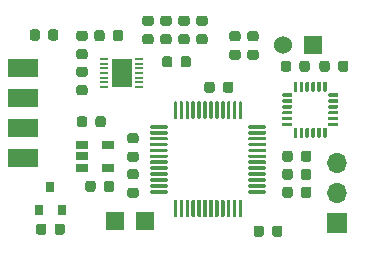
<source format=gbr>
G04 #@! TF.GenerationSoftware,KiCad,Pcbnew,(5.99.0-2119-g1c72042fc)*
G04 #@! TF.CreationDate,2020-07-20T23:30:34+02:00*
G04 #@! TF.ProjectId,ledCollar_PCB,6c656443-6f6c-46c6-9172-5f5043422e6b,rev?*
G04 #@! TF.SameCoordinates,Original*
G04 #@! TF.FileFunction,Soldermask,Top*
G04 #@! TF.FilePolarity,Negative*
%FSLAX46Y46*%
G04 Gerber Fmt 4.6, Leading zero omitted, Abs format (unit mm)*
G04 Created by KiCad (PCBNEW (5.99.0-2119-g1c72042fc)) date 2020-07-20 23:30:34*
%MOMM*%
%LPD*%
G01*
G04 APERTURE LIST*
%ADD10R,2.500000X1.500000*%
%ADD11C,1.524000*%
%ADD12R,1.524000X1.524000*%
%ADD13R,1.500000X1.500000*%
%ADD14R,1.780000X2.350000*%
%ADD15R,0.700000X0.250000*%
%ADD16R,1.060000X0.650000*%
%ADD17R,0.800000X0.900000*%
%ADD18O,1.700000X1.700000*%
%ADD19R,1.700000X1.700000*%
G04 APERTURE END LIST*
D10*
X101473000Y-112649000D03*
X101473000Y-105029000D03*
X101473000Y-107569000D03*
X101473000Y-110109000D03*
G36*
G01*
X103562500Y-102506250D02*
X103562500Y-101993750D01*
G75*
G02*
X103781250Y-101775000I218750J0D01*
G01*
X104218750Y-101775000D01*
G75*
G02*
X104437500Y-101993750I0J-218750D01*
G01*
X104437500Y-102506250D01*
G75*
G02*
X104218750Y-102725000I-218750J0D01*
G01*
X103781250Y-102725000D01*
G75*
G02*
X103562500Y-102506250I0J218750D01*
G01*
G37*
G36*
G01*
X101987500Y-102506250D02*
X101987500Y-101993750D01*
G75*
G02*
X102206250Y-101775000I218750J0D01*
G01*
X102643750Y-101775000D01*
G75*
G02*
X102862500Y-101993750I0J-218750D01*
G01*
X102862500Y-102506250D01*
G75*
G02*
X102643750Y-102725000I-218750J0D01*
G01*
X102206250Y-102725000D01*
G75*
G02*
X101987500Y-102506250I0J218750D01*
G01*
G37*
D11*
X123444000Y-103124000D03*
D12*
X125984000Y-103124000D03*
D13*
X109220000Y-117983000D03*
X111760000Y-117983000D03*
G36*
G01*
X119123750Y-103499500D02*
X119636250Y-103499500D01*
G75*
G02*
X119855000Y-103718250I0J-218750D01*
G01*
X119855000Y-104155750D01*
G75*
G02*
X119636250Y-104374500I-218750J0D01*
G01*
X119123750Y-104374500D01*
G75*
G02*
X118905000Y-104155750I0J218750D01*
G01*
X118905000Y-103718250D01*
G75*
G02*
X119123750Y-103499500I218750J0D01*
G01*
G37*
G36*
G01*
X119123750Y-101924500D02*
X119636250Y-101924500D01*
G75*
G02*
X119855000Y-102143250I0J-218750D01*
G01*
X119855000Y-102580750D01*
G75*
G02*
X119636250Y-102799500I-218750J0D01*
G01*
X119123750Y-102799500D01*
G75*
G02*
X118905000Y-102580750I0J218750D01*
G01*
X118905000Y-102143250D01*
G75*
G02*
X119123750Y-101924500I218750J0D01*
G01*
G37*
G36*
G01*
X120647750Y-103499500D02*
X121160250Y-103499500D01*
G75*
G02*
X121379000Y-103718250I0J-218750D01*
G01*
X121379000Y-104155750D01*
G75*
G02*
X121160250Y-104374500I-218750J0D01*
G01*
X120647750Y-104374500D01*
G75*
G02*
X120429000Y-104155750I0J218750D01*
G01*
X120429000Y-103718250D01*
G75*
G02*
X120647750Y-103499500I218750J0D01*
G01*
G37*
G36*
G01*
X120647750Y-101924500D02*
X121160250Y-101924500D01*
G75*
G02*
X121379000Y-102143250I0J-218750D01*
G01*
X121379000Y-102580750D01*
G75*
G02*
X121160250Y-102799500I-218750J0D01*
G01*
X120647750Y-102799500D01*
G75*
G02*
X120429000Y-102580750I0J218750D01*
G01*
X120429000Y-102143250D01*
G75*
G02*
X120647750Y-101924500I218750J0D01*
G01*
G37*
G36*
G01*
X127404460Y-104642423D02*
X127404460Y-105154923D01*
G75*
G02*
X127185710Y-105373673I-218750J0D01*
G01*
X126748210Y-105373673D01*
G75*
G02*
X126529460Y-105154923I0J218750D01*
G01*
X126529460Y-104642423D01*
G75*
G02*
X126748210Y-104423673I218750J0D01*
G01*
X127185710Y-104423673D01*
G75*
G02*
X127404460Y-104642423I0J-218750D01*
G01*
G37*
G36*
G01*
X128979460Y-104642423D02*
X128979460Y-105154923D01*
G75*
G02*
X128760710Y-105373673I-218750J0D01*
G01*
X128323210Y-105373673D01*
G75*
G02*
X128104460Y-105154923I0J218750D01*
G01*
X128104460Y-104642423D01*
G75*
G02*
X128323210Y-104423673I218750J0D01*
G01*
X128760710Y-104423673D01*
G75*
G02*
X128979460Y-104642423I0J-218750D01*
G01*
G37*
G36*
G01*
X124835500Y-105152063D02*
X124835500Y-104639563D01*
G75*
G02*
X125054250Y-104420813I218750J0D01*
G01*
X125491750Y-104420813D01*
G75*
G02*
X125710500Y-104639563I0J-218750D01*
G01*
X125710500Y-105152063D01*
G75*
G02*
X125491750Y-105370813I-218750J0D01*
G01*
X125054250Y-105370813D01*
G75*
G02*
X124835500Y-105152063I0J218750D01*
G01*
G37*
G36*
G01*
X123260500Y-105152063D02*
X123260500Y-104639563D01*
G75*
G02*
X123479250Y-104420813I218750J0D01*
G01*
X123916750Y-104420813D01*
G75*
G02*
X124135500Y-104639563I0J-218750D01*
G01*
X124135500Y-105152063D01*
G75*
G02*
X123916750Y-105370813I-218750J0D01*
G01*
X123479250Y-105370813D01*
G75*
G02*
X123260500Y-105152063I0J218750D01*
G01*
G37*
G36*
G01*
X124264310Y-112265750D02*
X124264310Y-112778250D01*
G75*
G02*
X124045560Y-112997000I-218750J0D01*
G01*
X123608060Y-112997000D01*
G75*
G02*
X123389310Y-112778250I0J218750D01*
G01*
X123389310Y-112265750D01*
G75*
G02*
X123608060Y-112047000I218750J0D01*
G01*
X124045560Y-112047000D01*
G75*
G02*
X124264310Y-112265750I0J-218750D01*
G01*
G37*
G36*
G01*
X125839310Y-112265750D02*
X125839310Y-112778250D01*
G75*
G02*
X125620560Y-112997000I-218750J0D01*
G01*
X125183060Y-112997000D01*
G75*
G02*
X124964310Y-112778250I0J218750D01*
G01*
X124964310Y-112265750D01*
G75*
G02*
X125183060Y-112047000I218750J0D01*
G01*
X125620560Y-112047000D01*
G75*
G02*
X125839310Y-112265750I0J-218750D01*
G01*
G37*
G36*
G01*
X124259422Y-113789750D02*
X124259422Y-114302250D01*
G75*
G02*
X124040672Y-114521000I-218750J0D01*
G01*
X123603172Y-114521000D01*
G75*
G02*
X123384422Y-114302250I0J218750D01*
G01*
X123384422Y-113789750D01*
G75*
G02*
X123603172Y-113571000I218750J0D01*
G01*
X124040672Y-113571000D01*
G75*
G02*
X124259422Y-113789750I0J-218750D01*
G01*
G37*
G36*
G01*
X125834422Y-113789750D02*
X125834422Y-114302250D01*
G75*
G02*
X125615672Y-114521000I-218750J0D01*
G01*
X125178172Y-114521000D01*
G75*
G02*
X124959422Y-114302250I0J218750D01*
G01*
X124959422Y-113789750D01*
G75*
G02*
X125178172Y-113571000I218750J0D01*
G01*
X125615672Y-113571000D01*
G75*
G02*
X125834422Y-113789750I0J-218750D01*
G01*
G37*
G36*
G01*
X124225000Y-109757366D02*
X124225000Y-109907366D01*
G75*
G02*
X124150000Y-109982366I-75000J0D01*
G01*
X123450000Y-109982366D01*
G75*
G02*
X123375000Y-109907366I0J75000D01*
G01*
X123375000Y-109757366D01*
G75*
G02*
X123450000Y-109682366I75000J0D01*
G01*
X124150000Y-109682366D01*
G75*
G02*
X124225000Y-109757366I0J-75000D01*
G01*
G37*
G36*
G01*
X124225000Y-109257366D02*
X124225000Y-109407366D01*
G75*
G02*
X124150000Y-109482366I-75000J0D01*
G01*
X123450000Y-109482366D01*
G75*
G02*
X123375000Y-109407366I0J75000D01*
G01*
X123375000Y-109257366D01*
G75*
G02*
X123450000Y-109182366I75000J0D01*
G01*
X124150000Y-109182366D01*
G75*
G02*
X124225000Y-109257366I0J-75000D01*
G01*
G37*
G36*
G01*
X124225000Y-108757366D02*
X124225000Y-108907366D01*
G75*
G02*
X124150000Y-108982366I-75000J0D01*
G01*
X123450000Y-108982366D01*
G75*
G02*
X123375000Y-108907366I0J75000D01*
G01*
X123375000Y-108757366D01*
G75*
G02*
X123450000Y-108682366I75000J0D01*
G01*
X124150000Y-108682366D01*
G75*
G02*
X124225000Y-108757366I0J-75000D01*
G01*
G37*
G36*
G01*
X124225000Y-108257366D02*
X124225000Y-108407366D01*
G75*
G02*
X124150000Y-108482366I-75000J0D01*
G01*
X123450000Y-108482366D01*
G75*
G02*
X123375000Y-108407366I0J75000D01*
G01*
X123375000Y-108257366D01*
G75*
G02*
X123450000Y-108182366I75000J0D01*
G01*
X124150000Y-108182366D01*
G75*
G02*
X124225000Y-108257366I0J-75000D01*
G01*
G37*
G36*
G01*
X124225000Y-107757366D02*
X124225000Y-107907366D01*
G75*
G02*
X124150000Y-107982366I-75000J0D01*
G01*
X123450000Y-107982366D01*
G75*
G02*
X123375000Y-107907366I0J75000D01*
G01*
X123375000Y-107757366D01*
G75*
G02*
X123450000Y-107682366I75000J0D01*
G01*
X124150000Y-107682366D01*
G75*
G02*
X124225000Y-107757366I0J-75000D01*
G01*
G37*
G36*
G01*
X124225000Y-107257366D02*
X124225000Y-107407366D01*
G75*
G02*
X124150000Y-107482366I-75000J0D01*
G01*
X123450000Y-107482366D01*
G75*
G02*
X123375000Y-107407366I0J75000D01*
G01*
X123375000Y-107257366D01*
G75*
G02*
X123450000Y-107182366I75000J0D01*
G01*
X124150000Y-107182366D01*
G75*
G02*
X124225000Y-107257366I0J-75000D01*
G01*
G37*
G36*
G01*
X124575000Y-107057366D02*
X124425000Y-107057366D01*
G75*
G02*
X124350000Y-106982366I0J75000D01*
G01*
X124350000Y-106282366D01*
G75*
G02*
X124425000Y-106207366I75000J0D01*
G01*
X124575000Y-106207366D01*
G75*
G02*
X124650000Y-106282366I0J-75000D01*
G01*
X124650000Y-106982366D01*
G75*
G02*
X124575000Y-107057366I-75000J0D01*
G01*
G37*
G36*
G01*
X125075000Y-107057366D02*
X124925000Y-107057366D01*
G75*
G02*
X124850000Y-106982366I0J75000D01*
G01*
X124850000Y-106282366D01*
G75*
G02*
X124925000Y-106207366I75000J0D01*
G01*
X125075000Y-106207366D01*
G75*
G02*
X125150000Y-106282366I0J-75000D01*
G01*
X125150000Y-106982366D01*
G75*
G02*
X125075000Y-107057366I-75000J0D01*
G01*
G37*
G36*
G01*
X125575000Y-107057366D02*
X125425000Y-107057366D01*
G75*
G02*
X125350000Y-106982366I0J75000D01*
G01*
X125350000Y-106282366D01*
G75*
G02*
X125425000Y-106207366I75000J0D01*
G01*
X125575000Y-106207366D01*
G75*
G02*
X125650000Y-106282366I0J-75000D01*
G01*
X125650000Y-106982366D01*
G75*
G02*
X125575000Y-107057366I-75000J0D01*
G01*
G37*
G36*
G01*
X126075000Y-107057366D02*
X125925000Y-107057366D01*
G75*
G02*
X125850000Y-106982366I0J75000D01*
G01*
X125850000Y-106282366D01*
G75*
G02*
X125925000Y-106207366I75000J0D01*
G01*
X126075000Y-106207366D01*
G75*
G02*
X126150000Y-106282366I0J-75000D01*
G01*
X126150000Y-106982366D01*
G75*
G02*
X126075000Y-107057366I-75000J0D01*
G01*
G37*
G36*
G01*
X126575000Y-107057366D02*
X126425000Y-107057366D01*
G75*
G02*
X126350000Y-106982366I0J75000D01*
G01*
X126350000Y-106282366D01*
G75*
G02*
X126425000Y-106207366I75000J0D01*
G01*
X126575000Y-106207366D01*
G75*
G02*
X126650000Y-106282366I0J-75000D01*
G01*
X126650000Y-106982366D01*
G75*
G02*
X126575000Y-107057366I-75000J0D01*
G01*
G37*
G36*
G01*
X127075000Y-107057366D02*
X126925000Y-107057366D01*
G75*
G02*
X126850000Y-106982366I0J75000D01*
G01*
X126850000Y-106282366D01*
G75*
G02*
X126925000Y-106207366I75000J0D01*
G01*
X127075000Y-106207366D01*
G75*
G02*
X127150000Y-106282366I0J-75000D01*
G01*
X127150000Y-106982366D01*
G75*
G02*
X127075000Y-107057366I-75000J0D01*
G01*
G37*
G36*
G01*
X128125000Y-107257366D02*
X128125000Y-107407366D01*
G75*
G02*
X128050000Y-107482366I-75000J0D01*
G01*
X127350000Y-107482366D01*
G75*
G02*
X127275000Y-107407366I0J75000D01*
G01*
X127275000Y-107257366D01*
G75*
G02*
X127350000Y-107182366I75000J0D01*
G01*
X128050000Y-107182366D01*
G75*
G02*
X128125000Y-107257366I0J-75000D01*
G01*
G37*
G36*
G01*
X128125000Y-107757366D02*
X128125000Y-107907366D01*
G75*
G02*
X128050000Y-107982366I-75000J0D01*
G01*
X127350000Y-107982366D01*
G75*
G02*
X127275000Y-107907366I0J75000D01*
G01*
X127275000Y-107757366D01*
G75*
G02*
X127350000Y-107682366I75000J0D01*
G01*
X128050000Y-107682366D01*
G75*
G02*
X128125000Y-107757366I0J-75000D01*
G01*
G37*
G36*
G01*
X128125000Y-108257366D02*
X128125000Y-108407366D01*
G75*
G02*
X128050000Y-108482366I-75000J0D01*
G01*
X127350000Y-108482366D01*
G75*
G02*
X127275000Y-108407366I0J75000D01*
G01*
X127275000Y-108257366D01*
G75*
G02*
X127350000Y-108182366I75000J0D01*
G01*
X128050000Y-108182366D01*
G75*
G02*
X128125000Y-108257366I0J-75000D01*
G01*
G37*
G36*
G01*
X128125000Y-108757366D02*
X128125000Y-108907366D01*
G75*
G02*
X128050000Y-108982366I-75000J0D01*
G01*
X127350000Y-108982366D01*
G75*
G02*
X127275000Y-108907366I0J75000D01*
G01*
X127275000Y-108757366D01*
G75*
G02*
X127350000Y-108682366I75000J0D01*
G01*
X128050000Y-108682366D01*
G75*
G02*
X128125000Y-108757366I0J-75000D01*
G01*
G37*
G36*
G01*
X128125000Y-109257366D02*
X128125000Y-109407366D01*
G75*
G02*
X128050000Y-109482366I-75000J0D01*
G01*
X127350000Y-109482366D01*
G75*
G02*
X127275000Y-109407366I0J75000D01*
G01*
X127275000Y-109257366D01*
G75*
G02*
X127350000Y-109182366I75000J0D01*
G01*
X128050000Y-109182366D01*
G75*
G02*
X128125000Y-109257366I0J-75000D01*
G01*
G37*
G36*
G01*
X128125000Y-109757366D02*
X128125000Y-109907366D01*
G75*
G02*
X128050000Y-109982366I-75000J0D01*
G01*
X127350000Y-109982366D01*
G75*
G02*
X127275000Y-109907366I0J75000D01*
G01*
X127275000Y-109757366D01*
G75*
G02*
X127350000Y-109682366I75000J0D01*
G01*
X128050000Y-109682366D01*
G75*
G02*
X128125000Y-109757366I0J-75000D01*
G01*
G37*
G36*
G01*
X127075000Y-110957366D02*
X126925000Y-110957366D01*
G75*
G02*
X126850000Y-110882366I0J75000D01*
G01*
X126850000Y-110182366D01*
G75*
G02*
X126925000Y-110107366I75000J0D01*
G01*
X127075000Y-110107366D01*
G75*
G02*
X127150000Y-110182366I0J-75000D01*
G01*
X127150000Y-110882366D01*
G75*
G02*
X127075000Y-110957366I-75000J0D01*
G01*
G37*
G36*
G01*
X126575000Y-110957366D02*
X126425000Y-110957366D01*
G75*
G02*
X126350000Y-110882366I0J75000D01*
G01*
X126350000Y-110182366D01*
G75*
G02*
X126425000Y-110107366I75000J0D01*
G01*
X126575000Y-110107366D01*
G75*
G02*
X126650000Y-110182366I0J-75000D01*
G01*
X126650000Y-110882366D01*
G75*
G02*
X126575000Y-110957366I-75000J0D01*
G01*
G37*
G36*
G01*
X126075000Y-110957366D02*
X125925000Y-110957366D01*
G75*
G02*
X125850000Y-110882366I0J75000D01*
G01*
X125850000Y-110182366D01*
G75*
G02*
X125925000Y-110107366I75000J0D01*
G01*
X126075000Y-110107366D01*
G75*
G02*
X126150000Y-110182366I0J-75000D01*
G01*
X126150000Y-110882366D01*
G75*
G02*
X126075000Y-110957366I-75000J0D01*
G01*
G37*
G36*
G01*
X125575000Y-110957366D02*
X125425000Y-110957366D01*
G75*
G02*
X125350000Y-110882366I0J75000D01*
G01*
X125350000Y-110182366D01*
G75*
G02*
X125425000Y-110107366I75000J0D01*
G01*
X125575000Y-110107366D01*
G75*
G02*
X125650000Y-110182366I0J-75000D01*
G01*
X125650000Y-110882366D01*
G75*
G02*
X125575000Y-110957366I-75000J0D01*
G01*
G37*
G36*
G01*
X125075000Y-110957366D02*
X124925000Y-110957366D01*
G75*
G02*
X124850000Y-110882366I0J75000D01*
G01*
X124850000Y-110182366D01*
G75*
G02*
X124925000Y-110107366I75000J0D01*
G01*
X125075000Y-110107366D01*
G75*
G02*
X125150000Y-110182366I0J-75000D01*
G01*
X125150000Y-110882366D01*
G75*
G02*
X125075000Y-110957366I-75000J0D01*
G01*
G37*
G36*
G01*
X124575000Y-110957366D02*
X124425000Y-110957366D01*
G75*
G02*
X124350000Y-110882366I0J75000D01*
G01*
X124350000Y-110182366D01*
G75*
G02*
X124425000Y-110107366I75000J0D01*
G01*
X124575000Y-110107366D01*
G75*
G02*
X124650000Y-110182366I0J-75000D01*
G01*
X124650000Y-110882366D01*
G75*
G02*
X124575000Y-110957366I-75000J0D01*
G01*
G37*
D14*
X109806000Y-105467000D03*
D15*
X111281000Y-106667000D03*
X108331000Y-106667000D03*
X108331000Y-104267000D03*
X108331000Y-104667000D03*
X108331000Y-105067000D03*
X108331000Y-105467000D03*
X108331000Y-105867000D03*
X108331000Y-106267000D03*
X111281000Y-106267000D03*
X111281000Y-105867000D03*
X111281000Y-105467000D03*
X111281000Y-105067000D03*
X111281000Y-104667000D03*
X111281000Y-104267000D03*
G36*
G01*
X120594000Y-109876000D02*
X121919000Y-109876000D01*
G75*
G02*
X121994000Y-109951000I0J-75000D01*
G01*
X121994000Y-110101000D01*
G75*
G02*
X121919000Y-110176000I-75000J0D01*
G01*
X120594000Y-110176000D01*
G75*
G02*
X120519000Y-110101000I0J75000D01*
G01*
X120519000Y-109951000D01*
G75*
G02*
X120594000Y-109876000I75000J0D01*
G01*
G37*
G36*
G01*
X120594000Y-110376000D02*
X121919000Y-110376000D01*
G75*
G02*
X121994000Y-110451000I0J-75000D01*
G01*
X121994000Y-110601000D01*
G75*
G02*
X121919000Y-110676000I-75000J0D01*
G01*
X120594000Y-110676000D01*
G75*
G02*
X120519000Y-110601000I0J75000D01*
G01*
X120519000Y-110451000D01*
G75*
G02*
X120594000Y-110376000I75000J0D01*
G01*
G37*
G36*
G01*
X120594000Y-110876000D02*
X121919000Y-110876000D01*
G75*
G02*
X121994000Y-110951000I0J-75000D01*
G01*
X121994000Y-111101000D01*
G75*
G02*
X121919000Y-111176000I-75000J0D01*
G01*
X120594000Y-111176000D01*
G75*
G02*
X120519000Y-111101000I0J75000D01*
G01*
X120519000Y-110951000D01*
G75*
G02*
X120594000Y-110876000I75000J0D01*
G01*
G37*
G36*
G01*
X120594000Y-111376000D02*
X121919000Y-111376000D01*
G75*
G02*
X121994000Y-111451000I0J-75000D01*
G01*
X121994000Y-111601000D01*
G75*
G02*
X121919000Y-111676000I-75000J0D01*
G01*
X120594000Y-111676000D01*
G75*
G02*
X120519000Y-111601000I0J75000D01*
G01*
X120519000Y-111451000D01*
G75*
G02*
X120594000Y-111376000I75000J0D01*
G01*
G37*
G36*
G01*
X120594000Y-111876000D02*
X121919000Y-111876000D01*
G75*
G02*
X121994000Y-111951000I0J-75000D01*
G01*
X121994000Y-112101000D01*
G75*
G02*
X121919000Y-112176000I-75000J0D01*
G01*
X120594000Y-112176000D01*
G75*
G02*
X120519000Y-112101000I0J75000D01*
G01*
X120519000Y-111951000D01*
G75*
G02*
X120594000Y-111876000I75000J0D01*
G01*
G37*
G36*
G01*
X120594000Y-112376000D02*
X121919000Y-112376000D01*
G75*
G02*
X121994000Y-112451000I0J-75000D01*
G01*
X121994000Y-112601000D01*
G75*
G02*
X121919000Y-112676000I-75000J0D01*
G01*
X120594000Y-112676000D01*
G75*
G02*
X120519000Y-112601000I0J75000D01*
G01*
X120519000Y-112451000D01*
G75*
G02*
X120594000Y-112376000I75000J0D01*
G01*
G37*
G36*
G01*
X120594000Y-112876000D02*
X121919000Y-112876000D01*
G75*
G02*
X121994000Y-112951000I0J-75000D01*
G01*
X121994000Y-113101000D01*
G75*
G02*
X121919000Y-113176000I-75000J0D01*
G01*
X120594000Y-113176000D01*
G75*
G02*
X120519000Y-113101000I0J75000D01*
G01*
X120519000Y-112951000D01*
G75*
G02*
X120594000Y-112876000I75000J0D01*
G01*
G37*
G36*
G01*
X120594000Y-113376000D02*
X121919000Y-113376000D01*
G75*
G02*
X121994000Y-113451000I0J-75000D01*
G01*
X121994000Y-113601000D01*
G75*
G02*
X121919000Y-113676000I-75000J0D01*
G01*
X120594000Y-113676000D01*
G75*
G02*
X120519000Y-113601000I0J75000D01*
G01*
X120519000Y-113451000D01*
G75*
G02*
X120594000Y-113376000I75000J0D01*
G01*
G37*
G36*
G01*
X120594000Y-113876000D02*
X121919000Y-113876000D01*
G75*
G02*
X121994000Y-113951000I0J-75000D01*
G01*
X121994000Y-114101000D01*
G75*
G02*
X121919000Y-114176000I-75000J0D01*
G01*
X120594000Y-114176000D01*
G75*
G02*
X120519000Y-114101000I0J75000D01*
G01*
X120519000Y-113951000D01*
G75*
G02*
X120594000Y-113876000I75000J0D01*
G01*
G37*
G36*
G01*
X120594000Y-114376000D02*
X121919000Y-114376000D01*
G75*
G02*
X121994000Y-114451000I0J-75000D01*
G01*
X121994000Y-114601000D01*
G75*
G02*
X121919000Y-114676000I-75000J0D01*
G01*
X120594000Y-114676000D01*
G75*
G02*
X120519000Y-114601000I0J75000D01*
G01*
X120519000Y-114451000D01*
G75*
G02*
X120594000Y-114376000I75000J0D01*
G01*
G37*
G36*
G01*
X120594000Y-114876000D02*
X121919000Y-114876000D01*
G75*
G02*
X121994000Y-114951000I0J-75000D01*
G01*
X121994000Y-115101000D01*
G75*
G02*
X121919000Y-115176000I-75000J0D01*
G01*
X120594000Y-115176000D01*
G75*
G02*
X120519000Y-115101000I0J75000D01*
G01*
X120519000Y-114951000D01*
G75*
G02*
X120594000Y-114876000I75000J0D01*
G01*
G37*
G36*
G01*
X120594000Y-115376000D02*
X121919000Y-115376000D01*
G75*
G02*
X121994000Y-115451000I0J-75000D01*
G01*
X121994000Y-115601000D01*
G75*
G02*
X121919000Y-115676000I-75000J0D01*
G01*
X120594000Y-115676000D01*
G75*
G02*
X120519000Y-115601000I0J75000D01*
G01*
X120519000Y-115451000D01*
G75*
G02*
X120594000Y-115376000I75000J0D01*
G01*
G37*
G36*
G01*
X119769000Y-116201000D02*
X119919000Y-116201000D01*
G75*
G02*
X119994000Y-116276000I0J-75000D01*
G01*
X119994000Y-117601000D01*
G75*
G02*
X119919000Y-117676000I-75000J0D01*
G01*
X119769000Y-117676000D01*
G75*
G02*
X119694000Y-117601000I0J75000D01*
G01*
X119694000Y-116276000D01*
G75*
G02*
X119769000Y-116201000I75000J0D01*
G01*
G37*
G36*
G01*
X119269000Y-116201000D02*
X119419000Y-116201000D01*
G75*
G02*
X119494000Y-116276000I0J-75000D01*
G01*
X119494000Y-117601000D01*
G75*
G02*
X119419000Y-117676000I-75000J0D01*
G01*
X119269000Y-117676000D01*
G75*
G02*
X119194000Y-117601000I0J75000D01*
G01*
X119194000Y-116276000D01*
G75*
G02*
X119269000Y-116201000I75000J0D01*
G01*
G37*
G36*
G01*
X118769000Y-116201000D02*
X118919000Y-116201000D01*
G75*
G02*
X118994000Y-116276000I0J-75000D01*
G01*
X118994000Y-117601000D01*
G75*
G02*
X118919000Y-117676000I-75000J0D01*
G01*
X118769000Y-117676000D01*
G75*
G02*
X118694000Y-117601000I0J75000D01*
G01*
X118694000Y-116276000D01*
G75*
G02*
X118769000Y-116201000I75000J0D01*
G01*
G37*
G36*
G01*
X118269000Y-116201000D02*
X118419000Y-116201000D01*
G75*
G02*
X118494000Y-116276000I0J-75000D01*
G01*
X118494000Y-117601000D01*
G75*
G02*
X118419000Y-117676000I-75000J0D01*
G01*
X118269000Y-117676000D01*
G75*
G02*
X118194000Y-117601000I0J75000D01*
G01*
X118194000Y-116276000D01*
G75*
G02*
X118269000Y-116201000I75000J0D01*
G01*
G37*
G36*
G01*
X117769000Y-116201000D02*
X117919000Y-116201000D01*
G75*
G02*
X117994000Y-116276000I0J-75000D01*
G01*
X117994000Y-117601000D01*
G75*
G02*
X117919000Y-117676000I-75000J0D01*
G01*
X117769000Y-117676000D01*
G75*
G02*
X117694000Y-117601000I0J75000D01*
G01*
X117694000Y-116276000D01*
G75*
G02*
X117769000Y-116201000I75000J0D01*
G01*
G37*
G36*
G01*
X117269000Y-116201000D02*
X117419000Y-116201000D01*
G75*
G02*
X117494000Y-116276000I0J-75000D01*
G01*
X117494000Y-117601000D01*
G75*
G02*
X117419000Y-117676000I-75000J0D01*
G01*
X117269000Y-117676000D01*
G75*
G02*
X117194000Y-117601000I0J75000D01*
G01*
X117194000Y-116276000D01*
G75*
G02*
X117269000Y-116201000I75000J0D01*
G01*
G37*
G36*
G01*
X116769000Y-116201000D02*
X116919000Y-116201000D01*
G75*
G02*
X116994000Y-116276000I0J-75000D01*
G01*
X116994000Y-117601000D01*
G75*
G02*
X116919000Y-117676000I-75000J0D01*
G01*
X116769000Y-117676000D01*
G75*
G02*
X116694000Y-117601000I0J75000D01*
G01*
X116694000Y-116276000D01*
G75*
G02*
X116769000Y-116201000I75000J0D01*
G01*
G37*
G36*
G01*
X116269000Y-116201000D02*
X116419000Y-116201000D01*
G75*
G02*
X116494000Y-116276000I0J-75000D01*
G01*
X116494000Y-117601000D01*
G75*
G02*
X116419000Y-117676000I-75000J0D01*
G01*
X116269000Y-117676000D01*
G75*
G02*
X116194000Y-117601000I0J75000D01*
G01*
X116194000Y-116276000D01*
G75*
G02*
X116269000Y-116201000I75000J0D01*
G01*
G37*
G36*
G01*
X115769000Y-116201000D02*
X115919000Y-116201000D01*
G75*
G02*
X115994000Y-116276000I0J-75000D01*
G01*
X115994000Y-117601000D01*
G75*
G02*
X115919000Y-117676000I-75000J0D01*
G01*
X115769000Y-117676000D01*
G75*
G02*
X115694000Y-117601000I0J75000D01*
G01*
X115694000Y-116276000D01*
G75*
G02*
X115769000Y-116201000I75000J0D01*
G01*
G37*
G36*
G01*
X115269000Y-116201000D02*
X115419000Y-116201000D01*
G75*
G02*
X115494000Y-116276000I0J-75000D01*
G01*
X115494000Y-117601000D01*
G75*
G02*
X115419000Y-117676000I-75000J0D01*
G01*
X115269000Y-117676000D01*
G75*
G02*
X115194000Y-117601000I0J75000D01*
G01*
X115194000Y-116276000D01*
G75*
G02*
X115269000Y-116201000I75000J0D01*
G01*
G37*
G36*
G01*
X114769000Y-116201000D02*
X114919000Y-116201000D01*
G75*
G02*
X114994000Y-116276000I0J-75000D01*
G01*
X114994000Y-117601000D01*
G75*
G02*
X114919000Y-117676000I-75000J0D01*
G01*
X114769000Y-117676000D01*
G75*
G02*
X114694000Y-117601000I0J75000D01*
G01*
X114694000Y-116276000D01*
G75*
G02*
X114769000Y-116201000I75000J0D01*
G01*
G37*
G36*
G01*
X114269000Y-116201000D02*
X114419000Y-116201000D01*
G75*
G02*
X114494000Y-116276000I0J-75000D01*
G01*
X114494000Y-117601000D01*
G75*
G02*
X114419000Y-117676000I-75000J0D01*
G01*
X114269000Y-117676000D01*
G75*
G02*
X114194000Y-117601000I0J75000D01*
G01*
X114194000Y-116276000D01*
G75*
G02*
X114269000Y-116201000I75000J0D01*
G01*
G37*
G36*
G01*
X112269000Y-115376000D02*
X113594000Y-115376000D01*
G75*
G02*
X113669000Y-115451000I0J-75000D01*
G01*
X113669000Y-115601000D01*
G75*
G02*
X113594000Y-115676000I-75000J0D01*
G01*
X112269000Y-115676000D01*
G75*
G02*
X112194000Y-115601000I0J75000D01*
G01*
X112194000Y-115451000D01*
G75*
G02*
X112269000Y-115376000I75000J0D01*
G01*
G37*
G36*
G01*
X112269000Y-114876000D02*
X113594000Y-114876000D01*
G75*
G02*
X113669000Y-114951000I0J-75000D01*
G01*
X113669000Y-115101000D01*
G75*
G02*
X113594000Y-115176000I-75000J0D01*
G01*
X112269000Y-115176000D01*
G75*
G02*
X112194000Y-115101000I0J75000D01*
G01*
X112194000Y-114951000D01*
G75*
G02*
X112269000Y-114876000I75000J0D01*
G01*
G37*
G36*
G01*
X112269000Y-114376000D02*
X113594000Y-114376000D01*
G75*
G02*
X113669000Y-114451000I0J-75000D01*
G01*
X113669000Y-114601000D01*
G75*
G02*
X113594000Y-114676000I-75000J0D01*
G01*
X112269000Y-114676000D01*
G75*
G02*
X112194000Y-114601000I0J75000D01*
G01*
X112194000Y-114451000D01*
G75*
G02*
X112269000Y-114376000I75000J0D01*
G01*
G37*
G36*
G01*
X112269000Y-113876000D02*
X113594000Y-113876000D01*
G75*
G02*
X113669000Y-113951000I0J-75000D01*
G01*
X113669000Y-114101000D01*
G75*
G02*
X113594000Y-114176000I-75000J0D01*
G01*
X112269000Y-114176000D01*
G75*
G02*
X112194000Y-114101000I0J75000D01*
G01*
X112194000Y-113951000D01*
G75*
G02*
X112269000Y-113876000I75000J0D01*
G01*
G37*
G36*
G01*
X112269000Y-113376000D02*
X113594000Y-113376000D01*
G75*
G02*
X113669000Y-113451000I0J-75000D01*
G01*
X113669000Y-113601000D01*
G75*
G02*
X113594000Y-113676000I-75000J0D01*
G01*
X112269000Y-113676000D01*
G75*
G02*
X112194000Y-113601000I0J75000D01*
G01*
X112194000Y-113451000D01*
G75*
G02*
X112269000Y-113376000I75000J0D01*
G01*
G37*
G36*
G01*
X112269000Y-112876000D02*
X113594000Y-112876000D01*
G75*
G02*
X113669000Y-112951000I0J-75000D01*
G01*
X113669000Y-113101000D01*
G75*
G02*
X113594000Y-113176000I-75000J0D01*
G01*
X112269000Y-113176000D01*
G75*
G02*
X112194000Y-113101000I0J75000D01*
G01*
X112194000Y-112951000D01*
G75*
G02*
X112269000Y-112876000I75000J0D01*
G01*
G37*
G36*
G01*
X112269000Y-112376000D02*
X113594000Y-112376000D01*
G75*
G02*
X113669000Y-112451000I0J-75000D01*
G01*
X113669000Y-112601000D01*
G75*
G02*
X113594000Y-112676000I-75000J0D01*
G01*
X112269000Y-112676000D01*
G75*
G02*
X112194000Y-112601000I0J75000D01*
G01*
X112194000Y-112451000D01*
G75*
G02*
X112269000Y-112376000I75000J0D01*
G01*
G37*
G36*
G01*
X112269000Y-111876000D02*
X113594000Y-111876000D01*
G75*
G02*
X113669000Y-111951000I0J-75000D01*
G01*
X113669000Y-112101000D01*
G75*
G02*
X113594000Y-112176000I-75000J0D01*
G01*
X112269000Y-112176000D01*
G75*
G02*
X112194000Y-112101000I0J75000D01*
G01*
X112194000Y-111951000D01*
G75*
G02*
X112269000Y-111876000I75000J0D01*
G01*
G37*
G36*
G01*
X112269000Y-111376000D02*
X113594000Y-111376000D01*
G75*
G02*
X113669000Y-111451000I0J-75000D01*
G01*
X113669000Y-111601000D01*
G75*
G02*
X113594000Y-111676000I-75000J0D01*
G01*
X112269000Y-111676000D01*
G75*
G02*
X112194000Y-111601000I0J75000D01*
G01*
X112194000Y-111451000D01*
G75*
G02*
X112269000Y-111376000I75000J0D01*
G01*
G37*
G36*
G01*
X112269000Y-110876000D02*
X113594000Y-110876000D01*
G75*
G02*
X113669000Y-110951000I0J-75000D01*
G01*
X113669000Y-111101000D01*
G75*
G02*
X113594000Y-111176000I-75000J0D01*
G01*
X112269000Y-111176000D01*
G75*
G02*
X112194000Y-111101000I0J75000D01*
G01*
X112194000Y-110951000D01*
G75*
G02*
X112269000Y-110876000I75000J0D01*
G01*
G37*
G36*
G01*
X112269000Y-110376000D02*
X113594000Y-110376000D01*
G75*
G02*
X113669000Y-110451000I0J-75000D01*
G01*
X113669000Y-110601000D01*
G75*
G02*
X113594000Y-110676000I-75000J0D01*
G01*
X112269000Y-110676000D01*
G75*
G02*
X112194000Y-110601000I0J75000D01*
G01*
X112194000Y-110451000D01*
G75*
G02*
X112269000Y-110376000I75000J0D01*
G01*
G37*
G36*
G01*
X112269000Y-109876000D02*
X113594000Y-109876000D01*
G75*
G02*
X113669000Y-109951000I0J-75000D01*
G01*
X113669000Y-110101000D01*
G75*
G02*
X113594000Y-110176000I-75000J0D01*
G01*
X112269000Y-110176000D01*
G75*
G02*
X112194000Y-110101000I0J75000D01*
G01*
X112194000Y-109951000D01*
G75*
G02*
X112269000Y-109876000I75000J0D01*
G01*
G37*
G36*
G01*
X114269000Y-107876000D02*
X114419000Y-107876000D01*
G75*
G02*
X114494000Y-107951000I0J-75000D01*
G01*
X114494000Y-109276000D01*
G75*
G02*
X114419000Y-109351000I-75000J0D01*
G01*
X114269000Y-109351000D01*
G75*
G02*
X114194000Y-109276000I0J75000D01*
G01*
X114194000Y-107951000D01*
G75*
G02*
X114269000Y-107876000I75000J0D01*
G01*
G37*
G36*
G01*
X114769000Y-107876000D02*
X114919000Y-107876000D01*
G75*
G02*
X114994000Y-107951000I0J-75000D01*
G01*
X114994000Y-109276000D01*
G75*
G02*
X114919000Y-109351000I-75000J0D01*
G01*
X114769000Y-109351000D01*
G75*
G02*
X114694000Y-109276000I0J75000D01*
G01*
X114694000Y-107951000D01*
G75*
G02*
X114769000Y-107876000I75000J0D01*
G01*
G37*
G36*
G01*
X115269000Y-107876000D02*
X115419000Y-107876000D01*
G75*
G02*
X115494000Y-107951000I0J-75000D01*
G01*
X115494000Y-109276000D01*
G75*
G02*
X115419000Y-109351000I-75000J0D01*
G01*
X115269000Y-109351000D01*
G75*
G02*
X115194000Y-109276000I0J75000D01*
G01*
X115194000Y-107951000D01*
G75*
G02*
X115269000Y-107876000I75000J0D01*
G01*
G37*
G36*
G01*
X115769000Y-107876000D02*
X115919000Y-107876000D01*
G75*
G02*
X115994000Y-107951000I0J-75000D01*
G01*
X115994000Y-109276000D01*
G75*
G02*
X115919000Y-109351000I-75000J0D01*
G01*
X115769000Y-109351000D01*
G75*
G02*
X115694000Y-109276000I0J75000D01*
G01*
X115694000Y-107951000D01*
G75*
G02*
X115769000Y-107876000I75000J0D01*
G01*
G37*
G36*
G01*
X116269000Y-107876000D02*
X116419000Y-107876000D01*
G75*
G02*
X116494000Y-107951000I0J-75000D01*
G01*
X116494000Y-109276000D01*
G75*
G02*
X116419000Y-109351000I-75000J0D01*
G01*
X116269000Y-109351000D01*
G75*
G02*
X116194000Y-109276000I0J75000D01*
G01*
X116194000Y-107951000D01*
G75*
G02*
X116269000Y-107876000I75000J0D01*
G01*
G37*
G36*
G01*
X116769000Y-107876000D02*
X116919000Y-107876000D01*
G75*
G02*
X116994000Y-107951000I0J-75000D01*
G01*
X116994000Y-109276000D01*
G75*
G02*
X116919000Y-109351000I-75000J0D01*
G01*
X116769000Y-109351000D01*
G75*
G02*
X116694000Y-109276000I0J75000D01*
G01*
X116694000Y-107951000D01*
G75*
G02*
X116769000Y-107876000I75000J0D01*
G01*
G37*
G36*
G01*
X117269000Y-107876000D02*
X117419000Y-107876000D01*
G75*
G02*
X117494000Y-107951000I0J-75000D01*
G01*
X117494000Y-109276000D01*
G75*
G02*
X117419000Y-109351000I-75000J0D01*
G01*
X117269000Y-109351000D01*
G75*
G02*
X117194000Y-109276000I0J75000D01*
G01*
X117194000Y-107951000D01*
G75*
G02*
X117269000Y-107876000I75000J0D01*
G01*
G37*
G36*
G01*
X117769000Y-107876000D02*
X117919000Y-107876000D01*
G75*
G02*
X117994000Y-107951000I0J-75000D01*
G01*
X117994000Y-109276000D01*
G75*
G02*
X117919000Y-109351000I-75000J0D01*
G01*
X117769000Y-109351000D01*
G75*
G02*
X117694000Y-109276000I0J75000D01*
G01*
X117694000Y-107951000D01*
G75*
G02*
X117769000Y-107876000I75000J0D01*
G01*
G37*
G36*
G01*
X118269000Y-107876000D02*
X118419000Y-107876000D01*
G75*
G02*
X118494000Y-107951000I0J-75000D01*
G01*
X118494000Y-109276000D01*
G75*
G02*
X118419000Y-109351000I-75000J0D01*
G01*
X118269000Y-109351000D01*
G75*
G02*
X118194000Y-109276000I0J75000D01*
G01*
X118194000Y-107951000D01*
G75*
G02*
X118269000Y-107876000I75000J0D01*
G01*
G37*
G36*
G01*
X118769000Y-107876000D02*
X118919000Y-107876000D01*
G75*
G02*
X118994000Y-107951000I0J-75000D01*
G01*
X118994000Y-109276000D01*
G75*
G02*
X118919000Y-109351000I-75000J0D01*
G01*
X118769000Y-109351000D01*
G75*
G02*
X118694000Y-109276000I0J75000D01*
G01*
X118694000Y-107951000D01*
G75*
G02*
X118769000Y-107876000I75000J0D01*
G01*
G37*
G36*
G01*
X119269000Y-107876000D02*
X119419000Y-107876000D01*
G75*
G02*
X119494000Y-107951000I0J-75000D01*
G01*
X119494000Y-109276000D01*
G75*
G02*
X119419000Y-109351000I-75000J0D01*
G01*
X119269000Y-109351000D01*
G75*
G02*
X119194000Y-109276000I0J75000D01*
G01*
X119194000Y-107951000D01*
G75*
G02*
X119269000Y-107876000I75000J0D01*
G01*
G37*
G36*
G01*
X119769000Y-107876000D02*
X119919000Y-107876000D01*
G75*
G02*
X119994000Y-107951000I0J-75000D01*
G01*
X119994000Y-109276000D01*
G75*
G02*
X119919000Y-109351000I-75000J0D01*
G01*
X119769000Y-109351000D01*
G75*
G02*
X119694000Y-109276000I0J75000D01*
G01*
X119694000Y-107951000D01*
G75*
G02*
X119769000Y-107876000I75000J0D01*
G01*
G37*
D16*
X108626000Y-111572000D03*
X108626000Y-113472000D03*
X106426000Y-113472000D03*
X106426000Y-112522000D03*
X106426000Y-111572000D03*
G36*
G01*
X115318250Y-101478500D02*
X114805750Y-101478500D01*
G75*
G02*
X114587000Y-101259750I0J218750D01*
G01*
X114587000Y-100822250D01*
G75*
G02*
X114805750Y-100603500I218750J0D01*
G01*
X115318250Y-100603500D01*
G75*
G02*
X115537000Y-100822250I0J-218750D01*
G01*
X115537000Y-101259750D01*
G75*
G02*
X115318250Y-101478500I-218750J0D01*
G01*
G37*
G36*
G01*
X115318250Y-103053500D02*
X114805750Y-103053500D01*
G75*
G02*
X114587000Y-102834750I0J218750D01*
G01*
X114587000Y-102397250D01*
G75*
G02*
X114805750Y-102178500I218750J0D01*
G01*
X115318250Y-102178500D01*
G75*
G02*
X115537000Y-102397250I0J-218750D01*
G01*
X115537000Y-102834750D01*
G75*
G02*
X115318250Y-103053500I-218750J0D01*
G01*
G37*
G36*
G01*
X113281750Y-102178500D02*
X113794250Y-102178500D01*
G75*
G02*
X114013000Y-102397250I0J-218750D01*
G01*
X114013000Y-102834750D01*
G75*
G02*
X113794250Y-103053500I-218750J0D01*
G01*
X113281750Y-103053500D01*
G75*
G02*
X113063000Y-102834750I0J218750D01*
G01*
X113063000Y-102397250D01*
G75*
G02*
X113281750Y-102178500I218750J0D01*
G01*
G37*
G36*
G01*
X113281750Y-100603500D02*
X113794250Y-100603500D01*
G75*
G02*
X114013000Y-100822250I0J-218750D01*
G01*
X114013000Y-101259750D01*
G75*
G02*
X113794250Y-101478500I-218750J0D01*
G01*
X113281750Y-101478500D01*
G75*
G02*
X113063000Y-101259750I0J218750D01*
G01*
X113063000Y-100822250D01*
G75*
G02*
X113281750Y-100603500I218750J0D01*
G01*
G37*
G36*
G01*
X112270250Y-101478500D02*
X111757750Y-101478500D01*
G75*
G02*
X111539000Y-101259750I0J218750D01*
G01*
X111539000Y-100822250D01*
G75*
G02*
X111757750Y-100603500I218750J0D01*
G01*
X112270250Y-100603500D01*
G75*
G02*
X112489000Y-100822250I0J-218750D01*
G01*
X112489000Y-101259750D01*
G75*
G02*
X112270250Y-101478500I-218750J0D01*
G01*
G37*
G36*
G01*
X112270250Y-103053500D02*
X111757750Y-103053500D01*
G75*
G02*
X111539000Y-102834750I0J218750D01*
G01*
X111539000Y-102397250D01*
G75*
G02*
X111757750Y-102178500I218750J0D01*
G01*
X112270250Y-102178500D01*
G75*
G02*
X112489000Y-102397250I0J-218750D01*
G01*
X112489000Y-102834750D01*
G75*
G02*
X112270250Y-103053500I-218750J0D01*
G01*
G37*
G36*
G01*
X124966273Y-115829756D02*
X124966273Y-115317256D01*
G75*
G02*
X125185023Y-115098506I218750J0D01*
G01*
X125622523Y-115098506D01*
G75*
G02*
X125841273Y-115317256I0J-218750D01*
G01*
X125841273Y-115829756D01*
G75*
G02*
X125622523Y-116048506I-218750J0D01*
G01*
X125185023Y-116048506D01*
G75*
G02*
X124966273Y-115829756I0J218750D01*
G01*
G37*
G36*
G01*
X123391273Y-115829756D02*
X123391273Y-115317256D01*
G75*
G02*
X123610023Y-115098506I218750J0D01*
G01*
X124047523Y-115098506D01*
G75*
G02*
X124266273Y-115317256I0J-218750D01*
G01*
X124266273Y-115829756D01*
G75*
G02*
X124047523Y-116048506I-218750J0D01*
G01*
X123610023Y-116048506D01*
G75*
G02*
X123391273Y-115829756I0J218750D01*
G01*
G37*
G36*
G01*
X111000250Y-111435500D02*
X110487750Y-111435500D01*
G75*
G02*
X110269000Y-111216750I0J218750D01*
G01*
X110269000Y-110779250D01*
G75*
G02*
X110487750Y-110560500I218750J0D01*
G01*
X111000250Y-110560500D01*
G75*
G02*
X111219000Y-110779250I0J-218750D01*
G01*
X111219000Y-111216750D01*
G75*
G02*
X111000250Y-111435500I-218750J0D01*
G01*
G37*
G36*
G01*
X111000250Y-113010500D02*
X110487750Y-113010500D01*
G75*
G02*
X110269000Y-112791750I0J218750D01*
G01*
X110269000Y-112354250D01*
G75*
G02*
X110487750Y-112135500I218750J0D01*
G01*
X111000250Y-112135500D01*
G75*
G02*
X111219000Y-112354250I0J-218750D01*
G01*
X111219000Y-112791750D01*
G75*
G02*
X111000250Y-113010500I-218750J0D01*
G01*
G37*
G36*
G01*
X111000250Y-114483500D02*
X110487750Y-114483500D01*
G75*
G02*
X110269000Y-114264750I0J218750D01*
G01*
X110269000Y-113827250D01*
G75*
G02*
X110487750Y-113608500I218750J0D01*
G01*
X111000250Y-113608500D01*
G75*
G02*
X111219000Y-113827250I0J-218750D01*
G01*
X111219000Y-114264750D01*
G75*
G02*
X111000250Y-114483500I-218750J0D01*
G01*
G37*
G36*
G01*
X111000250Y-116058500D02*
X110487750Y-116058500D01*
G75*
G02*
X110269000Y-115839750I0J218750D01*
G01*
X110269000Y-115402250D01*
G75*
G02*
X110487750Y-115183500I218750J0D01*
G01*
X111000250Y-115183500D01*
G75*
G02*
X111219000Y-115402250I0J-218750D01*
G01*
X111219000Y-115839750D01*
G75*
G02*
X111000250Y-116058500I-218750J0D01*
G01*
G37*
G36*
G01*
X102532023Y-118956250D02*
X102532023Y-118443750D01*
G75*
G02*
X102750773Y-118225000I218750J0D01*
G01*
X103188273Y-118225000D01*
G75*
G02*
X103407023Y-118443750I0J-218750D01*
G01*
X103407023Y-118956250D01*
G75*
G02*
X103188273Y-119175000I-218750J0D01*
G01*
X102750773Y-119175000D01*
G75*
G02*
X102532023Y-118956250I0J218750D01*
G01*
G37*
G36*
G01*
X104107023Y-118956250D02*
X104107023Y-118443750D01*
G75*
G02*
X104325773Y-118225000I218750J0D01*
G01*
X104763273Y-118225000D01*
G75*
G02*
X104982023Y-118443750I0J-218750D01*
G01*
X104982023Y-118956250D01*
G75*
G02*
X104763273Y-119175000I-218750J0D01*
G01*
X104325773Y-119175000D01*
G75*
G02*
X104107023Y-118956250I0J218750D01*
G01*
G37*
D17*
X103759673Y-115102726D03*
X104709673Y-117102726D03*
X102809673Y-117102726D03*
D18*
X128016000Y-113100498D03*
X128016000Y-115640498D03*
D19*
X128016000Y-118180498D03*
G36*
G01*
X106682250Y-102748500D02*
X106169750Y-102748500D01*
G75*
G02*
X105951000Y-102529750I0J218750D01*
G01*
X105951000Y-102092250D01*
G75*
G02*
X106169750Y-101873500I218750J0D01*
G01*
X106682250Y-101873500D01*
G75*
G02*
X106901000Y-102092250I0J-218750D01*
G01*
X106901000Y-102529750D01*
G75*
G02*
X106682250Y-102748500I-218750J0D01*
G01*
G37*
G36*
G01*
X106682250Y-104323500D02*
X106169750Y-104323500D01*
G75*
G02*
X105951000Y-104104750I0J218750D01*
G01*
X105951000Y-103667250D01*
G75*
G02*
X106169750Y-103448500I218750J0D01*
G01*
X106682250Y-103448500D01*
G75*
G02*
X106901000Y-103667250I0J-218750D01*
G01*
X106901000Y-104104750D01*
G75*
G02*
X106682250Y-104323500I-218750J0D01*
G01*
G37*
G36*
G01*
X106169750Y-106496500D02*
X106682250Y-106496500D01*
G75*
G02*
X106901000Y-106715250I0J-218750D01*
G01*
X106901000Y-107152750D01*
G75*
G02*
X106682250Y-107371500I-218750J0D01*
G01*
X106169750Y-107371500D01*
G75*
G02*
X105951000Y-107152750I0J218750D01*
G01*
X105951000Y-106715250D01*
G75*
G02*
X106169750Y-106496500I218750J0D01*
G01*
G37*
G36*
G01*
X106169750Y-104921500D02*
X106682250Y-104921500D01*
G75*
G02*
X106901000Y-105140250I0J-218750D01*
G01*
X106901000Y-105577750D01*
G75*
G02*
X106682250Y-105796500I-218750J0D01*
G01*
X106169750Y-105796500D01*
G75*
G02*
X105951000Y-105577750I0J218750D01*
G01*
X105951000Y-105140250D01*
G75*
G02*
X106169750Y-104921500I218750J0D01*
G01*
G37*
G36*
G01*
X109036500Y-102567250D02*
X109036500Y-102054750D01*
G75*
G02*
X109255250Y-101836000I218750J0D01*
G01*
X109692750Y-101836000D01*
G75*
G02*
X109911500Y-102054750I0J-218750D01*
G01*
X109911500Y-102567250D01*
G75*
G02*
X109692750Y-102786000I-218750J0D01*
G01*
X109255250Y-102786000D01*
G75*
G02*
X109036500Y-102567250I0J218750D01*
G01*
G37*
G36*
G01*
X107461500Y-102567250D02*
X107461500Y-102054750D01*
G75*
G02*
X107680250Y-101836000I218750J0D01*
G01*
X108117750Y-101836000D01*
G75*
G02*
X108336500Y-102054750I0J-218750D01*
G01*
X108336500Y-102567250D01*
G75*
G02*
X108117750Y-102786000I-218750J0D01*
G01*
X107680250Y-102786000D01*
G75*
G02*
X107461500Y-102567250I0J218750D01*
G01*
G37*
G36*
G01*
X114777000Y-104777250D02*
X114777000Y-104264750D01*
G75*
G02*
X114995750Y-104046000I218750J0D01*
G01*
X115433250Y-104046000D01*
G75*
G02*
X115652000Y-104264750I0J-218750D01*
G01*
X115652000Y-104777250D01*
G75*
G02*
X115433250Y-104996000I-218750J0D01*
G01*
X114995750Y-104996000D01*
G75*
G02*
X114777000Y-104777250I0J218750D01*
G01*
G37*
G36*
G01*
X113202000Y-104777250D02*
X113202000Y-104264750D01*
G75*
G02*
X113420750Y-104046000I218750J0D01*
G01*
X113858250Y-104046000D01*
G75*
G02*
X114077000Y-104264750I0J-218750D01*
G01*
X114077000Y-104777250D01*
G75*
G02*
X113858250Y-104996000I-218750J0D01*
G01*
X113420750Y-104996000D01*
G75*
G02*
X113202000Y-104777250I0J218750D01*
G01*
G37*
G36*
G01*
X116329750Y-102178500D02*
X116842250Y-102178500D01*
G75*
G02*
X117061000Y-102397250I0J-218750D01*
G01*
X117061000Y-102834750D01*
G75*
G02*
X116842250Y-103053500I-218750J0D01*
G01*
X116329750Y-103053500D01*
G75*
G02*
X116111000Y-102834750I0J218750D01*
G01*
X116111000Y-102397250D01*
G75*
G02*
X116329750Y-102178500I218750J0D01*
G01*
G37*
G36*
G01*
X116329750Y-100603500D02*
X116842250Y-100603500D01*
G75*
G02*
X117061000Y-100822250I0J-218750D01*
G01*
X117061000Y-101259750D01*
G75*
G02*
X116842250Y-101478500I-218750J0D01*
G01*
X116329750Y-101478500D01*
G75*
G02*
X116111000Y-101259750I0J218750D01*
G01*
X116111000Y-100822250D01*
G75*
G02*
X116329750Y-100603500I218750J0D01*
G01*
G37*
G36*
G01*
X121824000Y-118615750D02*
X121824000Y-119128250D01*
G75*
G02*
X121605250Y-119347000I-218750J0D01*
G01*
X121167750Y-119347000D01*
G75*
G02*
X120949000Y-119128250I0J218750D01*
G01*
X120949000Y-118615750D01*
G75*
G02*
X121167750Y-118397000I218750J0D01*
G01*
X121605250Y-118397000D01*
G75*
G02*
X121824000Y-118615750I0J-218750D01*
G01*
G37*
G36*
G01*
X123399000Y-118615750D02*
X123399000Y-119128250D01*
G75*
G02*
X123180250Y-119347000I-218750J0D01*
G01*
X122742750Y-119347000D01*
G75*
G02*
X122524000Y-119128250I0J218750D01*
G01*
X122524000Y-118615750D01*
G75*
G02*
X122742750Y-118397000I218750J0D01*
G01*
X123180250Y-118397000D01*
G75*
G02*
X123399000Y-118615750I0J-218750D01*
G01*
G37*
G36*
G01*
X117664979Y-106423750D02*
X117664979Y-106936250D01*
G75*
G02*
X117446229Y-107155000I-218750J0D01*
G01*
X117008729Y-107155000D01*
G75*
G02*
X116789979Y-106936250I0J218750D01*
G01*
X116789979Y-106423750D01*
G75*
G02*
X117008729Y-106205000I218750J0D01*
G01*
X117446229Y-106205000D01*
G75*
G02*
X117664979Y-106423750I0J-218750D01*
G01*
G37*
G36*
G01*
X119239979Y-106423750D02*
X119239979Y-106936250D01*
G75*
G02*
X119021229Y-107155000I-218750J0D01*
G01*
X118583729Y-107155000D01*
G75*
G02*
X118364979Y-106936250I0J218750D01*
G01*
X118364979Y-106423750D01*
G75*
G02*
X118583729Y-106205000I218750J0D01*
G01*
X119021229Y-106205000D01*
G75*
G02*
X119239979Y-106423750I0J-218750D01*
G01*
G37*
G36*
G01*
X106863500Y-109343750D02*
X106863500Y-109856250D01*
G75*
G02*
X106644750Y-110075000I-218750J0D01*
G01*
X106207250Y-110075000D01*
G75*
G02*
X105988500Y-109856250I0J218750D01*
G01*
X105988500Y-109343750D01*
G75*
G02*
X106207250Y-109125000I218750J0D01*
G01*
X106644750Y-109125000D01*
G75*
G02*
X106863500Y-109343750I0J-218750D01*
G01*
G37*
G36*
G01*
X108438500Y-109343750D02*
X108438500Y-109856250D01*
G75*
G02*
X108219750Y-110075000I-218750J0D01*
G01*
X107782250Y-110075000D01*
G75*
G02*
X107563500Y-109856250I0J218750D01*
G01*
X107563500Y-109343750D01*
G75*
G02*
X107782250Y-109125000I218750J0D01*
G01*
X108219750Y-109125000D01*
G75*
G02*
X108438500Y-109343750I0J-218750D01*
G01*
G37*
G36*
G01*
X108274500Y-115318250D02*
X108274500Y-114805750D01*
G75*
G02*
X108493250Y-114587000I218750J0D01*
G01*
X108930750Y-114587000D01*
G75*
G02*
X109149500Y-114805750I0J-218750D01*
G01*
X109149500Y-115318250D01*
G75*
G02*
X108930750Y-115537000I-218750J0D01*
G01*
X108493250Y-115537000D01*
G75*
G02*
X108274500Y-115318250I0J218750D01*
G01*
G37*
G36*
G01*
X106699500Y-115318250D02*
X106699500Y-114805750D01*
G75*
G02*
X106918250Y-114587000I218750J0D01*
G01*
X107355750Y-114587000D01*
G75*
G02*
X107574500Y-114805750I0J-218750D01*
G01*
X107574500Y-115318250D01*
G75*
G02*
X107355750Y-115537000I-218750J0D01*
G01*
X106918250Y-115537000D01*
G75*
G02*
X106699500Y-115318250I0J218750D01*
G01*
G37*
M02*

</source>
